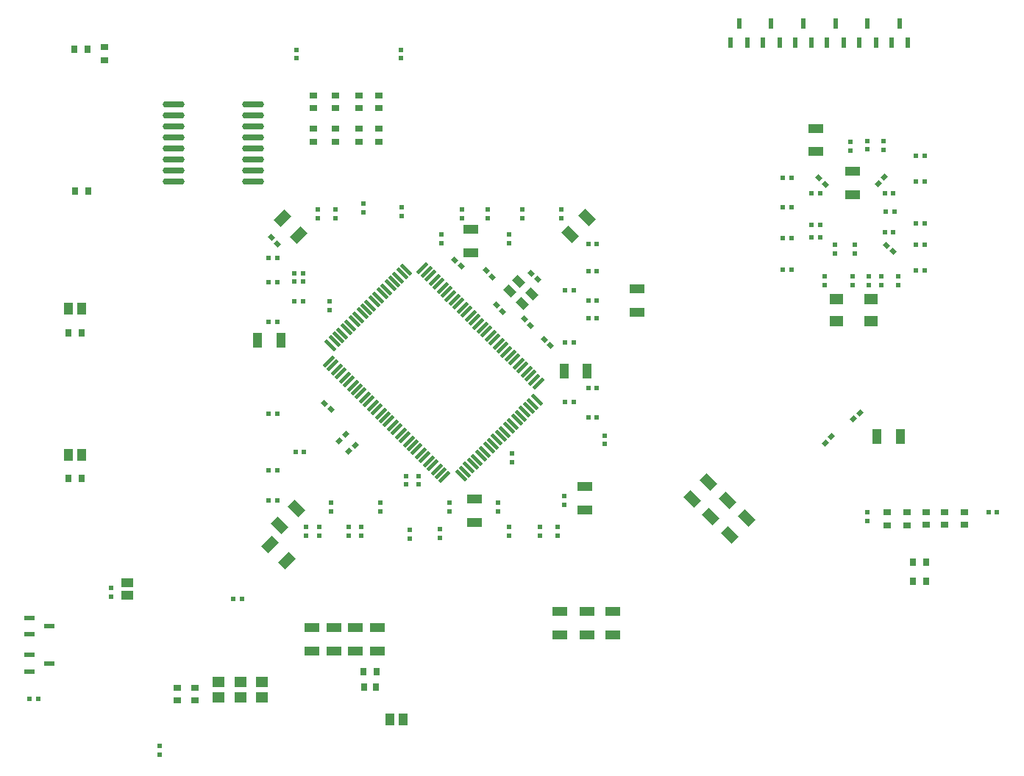
<source format=gbp>
%FSAX24Y24*%
%MOIN*%
G70*
G01*
G75*
G04 Layer_Color=128*
%ADD10C,0.0080*%
%ADD11C,0.0079*%
%ADD12R,0.0591X0.0551*%
%ADD13R,0.0551X0.0591*%
%ADD14O,0.0236X0.0866*%
%ADD15R,0.0394X0.1575*%
%ADD16R,0.1575X0.0394*%
%ADD17R,0.1299X0.0984*%
G04:AMPARAMS|DCode=18|XSize=8.7mil|YSize=74.8mil|CornerRadius=2.2mil|HoleSize=0mil|Usage=FLASHONLY|Rotation=90.000|XOffset=0mil|YOffset=0mil|HoleType=Round|Shape=RoundedRectangle|*
%AMROUNDEDRECTD18*
21,1,0.0087,0.0705,0,0,90.0*
21,1,0.0043,0.0748,0,0,90.0*
1,1,0.0043,0.0352,0.0022*
1,1,0.0043,0.0352,-0.0022*
1,1,0.0043,-0.0352,-0.0022*
1,1,0.0043,-0.0352,0.0022*
%
%ADD18ROUNDEDRECTD18*%
G04:AMPARAMS|DCode=19|XSize=8.7mil|YSize=74.8mil|CornerRadius=2.2mil|HoleSize=0mil|Usage=FLASHONLY|Rotation=180.000|XOffset=0mil|YOffset=0mil|HoleType=Round|Shape=RoundedRectangle|*
%AMROUNDEDRECTD19*
21,1,0.0087,0.0705,0,0,180.0*
21,1,0.0043,0.0748,0,0,180.0*
1,1,0.0043,-0.0022,0.0352*
1,1,0.0043,0.0022,0.0352*
1,1,0.0043,0.0022,-0.0352*
1,1,0.0043,-0.0022,-0.0352*
%
%ADD19ROUNDEDRECTD19*%
G04:AMPARAMS|DCode=20|XSize=133.9mil|YSize=135.8mil|CornerRadius=0mil|HoleSize=0mil|Usage=FLASHONLY|Rotation=135.000|XOffset=0mil|YOffset=0mil|HoleType=Round|Shape=Rectangle|*
%AMROTATEDRECTD20*
4,1,4,0.0953,0.0007,-0.0007,-0.0953,-0.0953,-0.0007,0.0007,0.0953,0.0953,0.0007,0.0*
%
%ADD20ROTATEDRECTD20*%

%ADD21R,0.1339X0.1358*%
%ADD22R,0.2047X0.0827*%
%ADD23R,0.2047X0.1969*%
G04:AMPARAMS|DCode=24|XSize=11.8mil|YSize=65mil|CornerRadius=3mil|HoleSize=0mil|Usage=FLASHONLY|Rotation=90.000|XOffset=0mil|YOffset=0mil|HoleType=Round|Shape=RoundedRectangle|*
%AMROUNDEDRECTD24*
21,1,0.0118,0.0591,0,0,90.0*
21,1,0.0059,0.0650,0,0,90.0*
1,1,0.0059,0.0295,0.0030*
1,1,0.0059,0.0295,-0.0030*
1,1,0.0059,-0.0295,-0.0030*
1,1,0.0059,-0.0295,0.0030*
%
%ADD24ROUNDEDRECTD24*%
G04:AMPARAMS|DCode=25|XSize=11.8mil|YSize=65mil|CornerRadius=3mil|HoleSize=0mil|Usage=FLASHONLY|Rotation=0.000|XOffset=0mil|YOffset=0mil|HoleType=Round|Shape=RoundedRectangle|*
%AMROUNDEDRECTD25*
21,1,0.0118,0.0591,0,0,0.0*
21,1,0.0059,0.0650,0,0,0.0*
1,1,0.0059,0.0030,-0.0295*
1,1,0.0059,-0.0030,-0.0295*
1,1,0.0059,-0.0030,0.0295*
1,1,0.0059,0.0030,0.0295*
%
%ADD25ROUNDEDRECTD25*%
%ADD26O,0.0827X0.0177*%
%ADD27R,0.1240X0.2028*%
%ADD28O,0.0118X0.0551*%
%ADD29O,0.0551X0.0118*%
G04:AMPARAMS|DCode=30|XSize=65mil|YSize=143.7mil|CornerRadius=0mil|HoleSize=0mil|Usage=FLASHONLY|Rotation=315.000|XOffset=0mil|YOffset=0mil|HoleType=Round|Shape=Rectangle|*
%AMROTATEDRECTD30*
4,1,4,-0.0738,-0.0278,0.0278,0.0738,0.0738,0.0278,-0.0278,-0.0738,-0.0738,-0.0278,0.0*
%
%ADD30ROTATEDRECTD30*%

G04:AMPARAMS|DCode=31|XSize=11.8mil|YSize=55.1mil|CornerRadius=0mil|HoleSize=0mil|Usage=FLASHONLY|Rotation=315.000|XOffset=0mil|YOffset=0mil|HoleType=Round|Shape=Round|*
%AMOVALD31*
21,1,0.0433,0.0118,0.0000,0.0000,45.0*
1,1,0.0118,-0.0153,-0.0153*
1,1,0.0118,0.0153,0.0153*
%
%ADD31OVALD31*%

G04:AMPARAMS|DCode=32|XSize=11.8mil|YSize=55.1mil|CornerRadius=0mil|HoleSize=0mil|Usage=FLASHONLY|Rotation=45.000|XOffset=0mil|YOffset=0mil|HoleType=Round|Shape=Round|*
%AMOVALD32*
21,1,0.0433,0.0118,0.0000,0.0000,135.0*
1,1,0.0118,0.0153,-0.0153*
1,1,0.0118,-0.0153,0.0153*
%
%ADD32OVALD32*%

%ADD33R,0.0650X0.1437*%
%ADD34R,0.0197X0.0236*%
%ADD35R,0.0236X0.0197*%
%ADD36R,0.0354X0.0276*%
%ADD37R,0.0276X0.0354*%
%ADD38R,0.0354X0.0315*%
%ADD39R,0.0315X0.0354*%
G04:AMPARAMS|DCode=40|XSize=35.4mil|YSize=31.5mil|CornerRadius=0mil|HoleSize=0mil|Usage=FLASHONLY|Rotation=225.000|XOffset=0mil|YOffset=0mil|HoleType=Round|Shape=Rectangle|*
%AMROTATEDRECTD40*
4,1,4,0.0014,0.0237,0.0237,0.0014,-0.0014,-0.0237,-0.0237,-0.0014,0.0014,0.0237,0.0*
%
%ADD40ROTATEDRECTD40*%

%ADD41R,0.0551X0.0472*%
G04:AMPARAMS|DCode=42|XSize=35.4mil|YSize=27.6mil|CornerRadius=0mil|HoleSize=0mil|Usage=FLASHONLY|Rotation=45.000|XOffset=0mil|YOffset=0mil|HoleType=Round|Shape=Rectangle|*
%AMROTATEDRECTD42*
4,1,4,-0.0028,-0.0223,-0.0223,-0.0028,0.0028,0.0223,0.0223,0.0028,-0.0028,-0.0223,0.0*
%
%ADD42ROTATEDRECTD42*%

%ADD43P,0.2840X4X270.0*%
G04:AMPARAMS|DCode=44|XSize=11.8mil|YSize=39.4mil|CornerRadius=0mil|HoleSize=0mil|Usage=FLASHONLY|Rotation=225.000|XOffset=0mil|YOffset=0mil|HoleType=Round|Shape=Rectangle|*
%AMROTATEDRECTD44*
4,1,4,-0.0097,0.0181,0.0181,-0.0097,0.0097,-0.0181,-0.0181,0.0097,-0.0097,0.0181,0.0*
%
%ADD44ROTATEDRECTD44*%

G04:AMPARAMS|DCode=45|XSize=11.8mil|YSize=39.4mil|CornerRadius=0mil|HoleSize=0mil|Usage=FLASHONLY|Rotation=315.000|XOffset=0mil|YOffset=0mil|HoleType=Round|Shape=Rectangle|*
%AMROTATEDRECTD45*
4,1,4,-0.0181,-0.0097,0.0097,0.0181,0.0181,0.0097,-0.0097,-0.0181,-0.0181,-0.0097,0.0*
%
%ADD45ROTATEDRECTD45*%

%ADD46R,0.0236X0.0453*%
%ADD47C,0.0118*%
%ADD48C,0.0197*%
%ADD49C,0.0110*%
%ADD50C,0.0315*%
%ADD51C,0.0236*%
%ADD52C,0.0551*%
%ADD53C,0.0157*%
%ADD54C,0.0276*%
%ADD55C,0.0100*%
%ADD56C,0.0709*%
%ADD57C,0.0787*%
%ADD58C,0.0472*%
%ADD59C,0.0512*%
%ADD60C,0.0827*%
%ADD61C,0.0120*%
%ADD62R,0.3858X0.3858*%
%ADD63O,0.2362X0.2756*%
%ADD64C,0.0551*%
%ADD65O,0.2756X0.2362*%
%ADD66O,0.1181X0.1024*%
%ADD67R,0.0827X0.0827*%
%ADD68C,0.0827*%
%ADD69C,0.0709*%
%ADD70C,0.1575*%
%ADD71C,0.1181*%
%ADD72O,0.2362X0.1969*%
%ADD73O,0.2362X0.1575*%
%ADD74O,0.1181X0.2362*%
%ADD75C,0.0748*%
%ADD76R,0.0748X0.0748*%
%ADD77R,0.0748X0.0748*%
%ADD78R,0.0787X0.0787*%
%ADD79C,0.0787*%
%ADD80C,0.2362*%
%ADD81C,0.1654*%
%ADD82C,0.0630*%
%ADD83R,0.0630X0.0630*%
%ADD84C,0.0280*%
%ADD85C,0.0472*%
%ADD86C,0.0079*%
G04:AMPARAMS|DCode=87|XSize=16.5mil|YSize=65mil|CornerRadius=4.1mil|HoleSize=0mil|Usage=FLASHONLY|Rotation=45.000|XOffset=0mil|YOffset=0mil|HoleType=Round|Shape=RoundedRectangle|*
%AMROUNDEDRECTD87*
21,1,0.0165,0.0567,0,0,45.0*
21,1,0.0083,0.0650,0,0,45.0*
1,1,0.0083,0.0230,-0.0171*
1,1,0.0083,0.0171,-0.0230*
1,1,0.0083,-0.0230,0.0171*
1,1,0.0083,-0.0171,0.0230*
%
%ADD87ROUNDEDRECTD87*%
G04:AMPARAMS|DCode=88|XSize=16.5mil|YSize=65mil|CornerRadius=4.1mil|HoleSize=0mil|Usage=FLASHONLY|Rotation=315.000|XOffset=0mil|YOffset=0mil|HoleType=Round|Shape=RoundedRectangle|*
%AMROUNDEDRECTD88*
21,1,0.0165,0.0567,0,0,315.0*
21,1,0.0083,0.0650,0,0,315.0*
1,1,0.0083,-0.0171,-0.0230*
1,1,0.0083,-0.0230,-0.0171*
1,1,0.0083,0.0171,0.0230*
1,1,0.0083,0.0230,0.0171*
%
%ADD88ROUNDEDRECTD88*%
G04:AMPARAMS|DCode=89|XSize=19.7mil|YSize=23.6mil|CornerRadius=0mil|HoleSize=0mil|Usage=FLASHONLY|Rotation=315.000|XOffset=0mil|YOffset=0mil|HoleType=Round|Shape=Rectangle|*
%AMROTATEDRECTD89*
4,1,4,-0.0153,-0.0014,0.0014,0.0153,0.0153,0.0014,-0.0014,-0.0153,-0.0153,-0.0014,0.0*
%
%ADD89ROTATEDRECTD89*%

%ADD90R,0.0433X0.0669*%
G04:AMPARAMS|DCode=91|XSize=66.9mil|YSize=43.3mil|CornerRadius=0mil|HoleSize=0mil|Usage=FLASHONLY|Rotation=225.000|XOffset=0mil|YOffset=0mil|HoleType=Round|Shape=Rectangle|*
%AMROTATEDRECTD91*
4,1,4,0.0084,0.0390,0.0390,0.0084,-0.0084,-0.0390,-0.0390,-0.0084,0.0084,0.0390,0.0*
%
%ADD91ROTATEDRECTD91*%

%ADD92R,0.0669X0.0433*%
G04:AMPARAMS|DCode=93|XSize=66.9mil|YSize=43.3mil|CornerRadius=0mil|HoleSize=0mil|Usage=FLASHONLY|Rotation=135.000|XOffset=0mil|YOffset=0mil|HoleType=Round|Shape=Rectangle|*
%AMROTATEDRECTD93*
4,1,4,0.0390,-0.0084,0.0084,-0.0390,-0.0390,0.0084,-0.0084,0.0390,0.0390,-0.0084,0.0*
%
%ADD93ROTATEDRECTD93*%

%ADD94O,0.0984X0.0295*%
%ADD95R,0.0630X0.0512*%
G04:AMPARAMS|DCode=96|XSize=49.2mil|YSize=33.5mil|CornerRadius=0mil|HoleSize=0mil|Usage=FLASHONLY|Rotation=135.000|XOffset=0mil|YOffset=0mil|HoleType=Round|Shape=Rectangle|*
%AMROTATEDRECTD96*
4,1,4,0.0292,-0.0056,0.0056,-0.0292,-0.0292,0.0056,-0.0056,0.0292,0.0292,-0.0056,0.0*
%
%ADD96ROTATEDRECTD96*%

G04:AMPARAMS|DCode=97|XSize=19.7mil|YSize=23.6mil|CornerRadius=0mil|HoleSize=0mil|Usage=FLASHONLY|Rotation=225.000|XOffset=0mil|YOffset=0mil|HoleType=Round|Shape=Rectangle|*
%AMROTATEDRECTD97*
4,1,4,-0.0014,0.0153,0.0153,-0.0014,0.0014,-0.0153,-0.0153,0.0014,-0.0014,0.0153,0.0*
%
%ADD97ROTATEDRECTD97*%

%ADD98R,0.0433X0.0551*%
%ADD99R,0.0551X0.0433*%
%ADD100R,0.0453X0.0236*%
%ADD101C,0.0394*%
%ADD102C,0.0433*%
%ADD103C,0.0630*%
%ADD104C,0.0984*%
%ADD105C,0.1575*%
%ADD106C,0.1181*%
%ADD107C,0.0098*%
%ADD108C,0.0010*%
%ADD109R,0.0671X0.0631*%
%ADD110R,0.0631X0.0671*%
%ADD111O,0.0316X0.0946*%
%ADD112R,0.0474X0.1655*%
%ADD113R,0.1655X0.0474*%
%ADD114R,0.1379X0.1064*%
G04:AMPARAMS|DCode=115|XSize=16.7mil|YSize=82.8mil|CornerRadius=6.2mil|HoleSize=0mil|Usage=FLASHONLY|Rotation=90.000|XOffset=0mil|YOffset=0mil|HoleType=Round|Shape=RoundedRectangle|*
%AMROUNDEDRECTD115*
21,1,0.0167,0.0705,0,0,90.0*
21,1,0.0043,0.0828,0,0,90.0*
1,1,0.0123,0.0352,0.0022*
1,1,0.0123,0.0352,-0.0022*
1,1,0.0123,-0.0352,-0.0022*
1,1,0.0123,-0.0352,0.0022*
%
%ADD115ROUNDEDRECTD115*%
G04:AMPARAMS|DCode=116|XSize=16.7mil|YSize=82.8mil|CornerRadius=6.2mil|HoleSize=0mil|Usage=FLASHONLY|Rotation=180.000|XOffset=0mil|YOffset=0mil|HoleType=Round|Shape=RoundedRectangle|*
%AMROUNDEDRECTD116*
21,1,0.0167,0.0705,0,0,180.0*
21,1,0.0043,0.0828,0,0,180.0*
1,1,0.0123,-0.0022,0.0352*
1,1,0.0123,0.0022,0.0352*
1,1,0.0123,0.0022,-0.0352*
1,1,0.0123,-0.0022,-0.0352*
%
%ADD116ROUNDEDRECTD116*%
G04:AMPARAMS|DCode=117|XSize=141.9mil|YSize=143.8mil|CornerRadius=0mil|HoleSize=0mil|Usage=FLASHONLY|Rotation=135.000|XOffset=0mil|YOffset=0mil|HoleType=Round|Shape=Rectangle|*
%AMROTATEDRECTD117*
4,1,4,0.1010,0.0007,-0.0007,-0.1010,-0.1010,-0.0007,0.0007,0.1010,0.1010,0.0007,0.0*
%
%ADD117ROTATEDRECTD117*%

%ADD118R,0.1419X0.1438*%
%ADD119R,0.2127X0.0907*%
%ADD120R,0.2127X0.2049*%
G04:AMPARAMS|DCode=121|XSize=19.8mil|YSize=73mil|CornerRadius=7mil|HoleSize=0mil|Usage=FLASHONLY|Rotation=90.000|XOffset=0mil|YOffset=0mil|HoleType=Round|Shape=RoundedRectangle|*
%AMROUNDEDRECTD121*
21,1,0.0198,0.0591,0,0,90.0*
21,1,0.0059,0.0730,0,0,90.0*
1,1,0.0139,0.0295,0.0030*
1,1,0.0139,0.0295,-0.0030*
1,1,0.0139,-0.0295,-0.0030*
1,1,0.0139,-0.0295,0.0030*
%
%ADD121ROUNDEDRECTD121*%
G04:AMPARAMS|DCode=122|XSize=19.8mil|YSize=73mil|CornerRadius=7mil|HoleSize=0mil|Usage=FLASHONLY|Rotation=0.000|XOffset=0mil|YOffset=0mil|HoleType=Round|Shape=RoundedRectangle|*
%AMROUNDEDRECTD122*
21,1,0.0198,0.0591,0,0,0.0*
21,1,0.0059,0.0730,0,0,0.0*
1,1,0.0139,0.0030,-0.0295*
1,1,0.0139,-0.0030,-0.0295*
1,1,0.0139,-0.0030,0.0295*
1,1,0.0139,0.0030,0.0295*
%
%ADD122ROUNDEDRECTD122*%
%ADD123O,0.0907X0.0257*%
%ADD124R,0.1320X0.2108*%
%ADD125O,0.0198X0.0631*%
%ADD126O,0.0631X0.0198*%
G04:AMPARAMS|DCode=127|XSize=73mil|YSize=151.7mil|CornerRadius=0mil|HoleSize=0mil|Usage=FLASHONLY|Rotation=315.000|XOffset=0mil|YOffset=0mil|HoleType=Round|Shape=Rectangle|*
%AMROTATEDRECTD127*
4,1,4,-0.0794,-0.0278,0.0278,0.0794,0.0794,0.0278,-0.0278,-0.0794,-0.0794,-0.0278,0.0*
%
%ADD127ROTATEDRECTD127*%

G04:AMPARAMS|DCode=128|XSize=19.8mil|YSize=63.1mil|CornerRadius=0mil|HoleSize=0mil|Usage=FLASHONLY|Rotation=315.000|XOffset=0mil|YOffset=0mil|HoleType=Round|Shape=Round|*
%AMOVALD128*
21,1,0.0433,0.0198,0.0000,0.0000,45.0*
1,1,0.0198,-0.0153,-0.0153*
1,1,0.0198,0.0153,0.0153*
%
%ADD128OVALD128*%

G04:AMPARAMS|DCode=129|XSize=19.8mil|YSize=63.1mil|CornerRadius=0mil|HoleSize=0mil|Usage=FLASHONLY|Rotation=45.000|XOffset=0mil|YOffset=0mil|HoleType=Round|Shape=Round|*
%AMOVALD129*
21,1,0.0433,0.0198,0.0000,0.0000,135.0*
1,1,0.0198,0.0153,-0.0153*
1,1,0.0198,-0.0153,0.0153*
%
%ADD129OVALD129*%

%ADD130R,0.0730X0.1517*%
%ADD131R,0.0277X0.0316*%
%ADD132R,0.0316X0.0277*%
%ADD133R,0.0434X0.0356*%
%ADD134R,0.0356X0.0434*%
%ADD135R,0.0434X0.0395*%
%ADD136R,0.0395X0.0434*%
G04:AMPARAMS|DCode=137|XSize=43.4mil|YSize=39.5mil|CornerRadius=0mil|HoleSize=0mil|Usage=FLASHONLY|Rotation=225.000|XOffset=0mil|YOffset=0mil|HoleType=Round|Shape=Rectangle|*
%AMROTATEDRECTD137*
4,1,4,0.0014,0.0293,0.0293,0.0014,-0.0014,-0.0293,-0.0293,-0.0014,0.0014,0.0293,0.0*
%
%ADD137ROTATEDRECTD137*%

%ADD138R,0.0631X0.0552*%
G04:AMPARAMS|DCode=139|XSize=43.4mil|YSize=35.6mil|CornerRadius=0mil|HoleSize=0mil|Usage=FLASHONLY|Rotation=45.000|XOffset=0mil|YOffset=0mil|HoleType=Round|Shape=Rectangle|*
%AMROTATEDRECTD139*
4,1,4,-0.0028,-0.0279,-0.0279,-0.0028,0.0028,0.0279,0.0279,0.0028,-0.0028,-0.0279,0.0*
%
%ADD139ROTATEDRECTD139*%

%ADD140P,0.2953X4X270.0*%
G04:AMPARAMS|DCode=141|XSize=19.8mil|YSize=47.4mil|CornerRadius=0mil|HoleSize=0mil|Usage=FLASHONLY|Rotation=225.000|XOffset=0mil|YOffset=0mil|HoleType=Round|Shape=Rectangle|*
%AMROTATEDRECTD141*
4,1,4,-0.0097,0.0238,0.0238,-0.0097,0.0097,-0.0238,-0.0238,0.0097,-0.0097,0.0238,0.0*
%
%ADD141ROTATEDRECTD141*%

G04:AMPARAMS|DCode=142|XSize=19.8mil|YSize=47.4mil|CornerRadius=0mil|HoleSize=0mil|Usage=FLASHONLY|Rotation=315.000|XOffset=0mil|YOffset=0mil|HoleType=Round|Shape=Rectangle|*
%AMROTATEDRECTD142*
4,1,4,-0.0238,-0.0097,0.0097,0.0238,0.0238,0.0097,-0.0097,-0.0238,-0.0238,-0.0097,0.0*
%
%ADD142ROTATEDRECTD142*%

%ADD143R,0.0316X0.0533*%
%ADD144O,0.2442X0.2836*%
%ADD145C,0.0631*%
%ADD146O,0.2836X0.2442*%
%ADD147O,0.1261X0.1104*%
%ADD148R,0.0907X0.0907*%
%ADD149C,0.0907*%
%ADD150C,0.0789*%
%ADD151C,0.1655*%
%ADD152C,0.1261*%
%ADD153O,0.2442X0.2049*%
%ADD154O,0.2442X0.1655*%
%ADD155O,0.1261X0.2442*%
%ADD156C,0.0828*%
%ADD157R,0.0828X0.0828*%
%ADD158R,0.0828X0.0828*%
%ADD159R,0.0867X0.0867*%
%ADD160C,0.0867*%
%ADD161C,0.2442*%
%ADD162C,0.1734*%
%ADD163C,0.0710*%
%ADD164R,0.0710X0.0710*%
%ADD165C,0.0360*%
%ADD166C,0.0552*%
G04:AMPARAMS|DCode=167|XSize=24.5mil|YSize=73mil|CornerRadius=8.1mil|HoleSize=0mil|Usage=FLASHONLY|Rotation=45.000|XOffset=0mil|YOffset=0mil|HoleType=Round|Shape=RoundedRectangle|*
%AMROUNDEDRECTD167*
21,1,0.0245,0.0567,0,0,45.0*
21,1,0.0083,0.0730,0,0,45.0*
1,1,0.0163,0.0230,-0.0171*
1,1,0.0163,0.0171,-0.0230*
1,1,0.0163,-0.0230,0.0171*
1,1,0.0163,-0.0171,0.0230*
%
%ADD167ROUNDEDRECTD167*%
G04:AMPARAMS|DCode=168|XSize=24.5mil|YSize=73mil|CornerRadius=8.1mil|HoleSize=0mil|Usage=FLASHONLY|Rotation=315.000|XOffset=0mil|YOffset=0mil|HoleType=Round|Shape=RoundedRectangle|*
%AMROUNDEDRECTD168*
21,1,0.0245,0.0567,0,0,315.0*
21,1,0.0083,0.0730,0,0,315.0*
1,1,0.0163,-0.0171,-0.0230*
1,1,0.0163,-0.0230,-0.0171*
1,1,0.0163,0.0171,0.0230*
1,1,0.0163,0.0230,0.0171*
%
%ADD168ROUNDEDRECTD168*%
G04:AMPARAMS|DCode=169|XSize=27.7mil|YSize=31.6mil|CornerRadius=0mil|HoleSize=0mil|Usage=FLASHONLY|Rotation=315.000|XOffset=0mil|YOffset=0mil|HoleType=Round|Shape=Rectangle|*
%AMROTATEDRECTD169*
4,1,4,-0.0210,-0.0014,0.0014,0.0210,0.0210,0.0014,-0.0014,-0.0210,-0.0210,-0.0014,0.0*
%
%ADD169ROTATEDRECTD169*%

%ADD170R,0.0513X0.0749*%
G04:AMPARAMS|DCode=171|XSize=74.9mil|YSize=51.3mil|CornerRadius=0mil|HoleSize=0mil|Usage=FLASHONLY|Rotation=225.000|XOffset=0mil|YOffset=0mil|HoleType=Round|Shape=Rectangle|*
%AMROTATEDRECTD171*
4,1,4,0.0084,0.0446,0.0446,0.0084,-0.0084,-0.0446,-0.0446,-0.0084,0.0084,0.0446,0.0*
%
%ADD171ROTATEDRECTD171*%

%ADD172R,0.0749X0.0513*%
G04:AMPARAMS|DCode=173|XSize=74.9mil|YSize=51.3mil|CornerRadius=0mil|HoleSize=0mil|Usage=FLASHONLY|Rotation=135.000|XOffset=0mil|YOffset=0mil|HoleType=Round|Shape=Rectangle|*
%AMROTATEDRECTD173*
4,1,4,0.0446,-0.0084,0.0084,-0.0446,-0.0446,0.0084,-0.0084,0.0446,0.0446,-0.0084,0.0*
%
%ADD173ROTATEDRECTD173*%

%ADD174O,0.1064X0.0375*%
%ADD175R,0.0710X0.0592*%
G04:AMPARAMS|DCode=176|XSize=57.2mil|YSize=41.5mil|CornerRadius=0mil|HoleSize=0mil|Usage=FLASHONLY|Rotation=135.000|XOffset=0mil|YOffset=0mil|HoleType=Round|Shape=Rectangle|*
%AMROTATEDRECTD176*
4,1,4,0.0349,-0.0056,0.0056,-0.0349,-0.0349,0.0056,-0.0056,0.0349,0.0349,-0.0056,0.0*
%
%ADD176ROTATEDRECTD176*%

G04:AMPARAMS|DCode=177|XSize=27.7mil|YSize=31.6mil|CornerRadius=0mil|HoleSize=0mil|Usage=FLASHONLY|Rotation=225.000|XOffset=0mil|YOffset=0mil|HoleType=Round|Shape=Rectangle|*
%AMROTATEDRECTD177*
4,1,4,-0.0014,0.0210,0.0210,-0.0014,0.0014,-0.0210,-0.0210,0.0014,-0.0014,0.0210,0.0*
%
%ADD177ROTATEDRECTD177*%

%ADD178R,0.0513X0.0631*%
%ADD179R,0.0631X0.0513*%
%ADD180R,0.0533X0.0316*%
D34*
X029724Y022343D02*
D03*
Y021949D02*
D03*
X028376Y022313D02*
D03*
Y021919D02*
D03*
X026181Y022441D02*
D03*
Y022047D02*
D03*
X025591Y022441D02*
D03*
Y022047D02*
D03*
X024252Y022441D02*
D03*
Y022047D02*
D03*
X030748Y036457D02*
D03*
Y036850D02*
D03*
X031890Y036457D02*
D03*
Y036850D02*
D03*
X027992Y036555D02*
D03*
Y036949D02*
D03*
X026280Y036713D02*
D03*
Y037106D02*
D03*
X025000Y036457D02*
D03*
Y036850D02*
D03*
X024213Y036457D02*
D03*
Y036850D02*
D03*
X023661Y022441D02*
D03*
Y022047D02*
D03*
X035079Y022441D02*
D03*
Y022047D02*
D03*
X034252Y022441D02*
D03*
Y022047D02*
D03*
X032874Y022441D02*
D03*
Y022047D02*
D03*
X037205Y026201D02*
D03*
Y026594D02*
D03*
X028189Y024370D02*
D03*
Y024764D02*
D03*
X024724Y032283D02*
D03*
Y032677D02*
D03*
X032992Y025787D02*
D03*
Y025394D02*
D03*
X028780Y024370D02*
D03*
Y024764D02*
D03*
X035236Y036850D02*
D03*
Y036457D02*
D03*
X033465Y036850D02*
D03*
Y036457D02*
D03*
X032362Y023543D02*
D03*
Y023150D02*
D03*
X035354Y023858D02*
D03*
Y023465D02*
D03*
X027047Y023543D02*
D03*
Y023150D02*
D03*
X030157Y023543D02*
D03*
Y023150D02*
D03*
X024803Y023543D02*
D03*
Y023150D02*
D03*
X032874Y035315D02*
D03*
Y035709D02*
D03*
X029803Y035315D02*
D03*
Y035709D02*
D03*
X047169Y033407D02*
D03*
X047169Y033801D02*
D03*
X049846Y039943D02*
D03*
X049846Y039549D02*
D03*
X048429Y033801D02*
D03*
Y033407D02*
D03*
X050492Y033809D02*
D03*
Y033415D02*
D03*
X049177Y033801D02*
D03*
Y033407D02*
D03*
X049728Y033801D02*
D03*
X049728Y033407D02*
D03*
X048346Y039528D02*
D03*
X048346Y039921D02*
D03*
X049114Y039567D02*
D03*
X049114Y039961D02*
D03*
X048543Y034843D02*
D03*
Y035236D02*
D03*
X047642Y034864D02*
D03*
X047642Y035258D02*
D03*
X049114Y023120D02*
D03*
Y022726D02*
D03*
X017047Y012500D02*
D03*
Y012106D02*
D03*
X027953Y043701D02*
D03*
Y044094D02*
D03*
X023228Y043701D02*
D03*
Y044094D02*
D03*
X014823Y019282D02*
D03*
Y019675D02*
D03*
D35*
X036457Y027402D02*
D03*
X036850D02*
D03*
X023543Y033583D02*
D03*
X023150D02*
D03*
X035394Y030827D02*
D03*
X035787D02*
D03*
X021969Y025000D02*
D03*
X022362D02*
D03*
X035394Y028110D02*
D03*
X035787D02*
D03*
X021969Y027598D02*
D03*
X022362Y027598D02*
D03*
X021969Y023661D02*
D03*
X022362D02*
D03*
X021959Y031762D02*
D03*
X022352D02*
D03*
X021969Y033553D02*
D03*
X022362D02*
D03*
X023583Y025866D02*
D03*
X023189D02*
D03*
X021969Y034646D02*
D03*
X022362D02*
D03*
X036850Y034055D02*
D03*
X036457D02*
D03*
X023524Y033957D02*
D03*
X023130D02*
D03*
X036850Y035276D02*
D03*
X036457D02*
D03*
X023524Y032677D02*
D03*
X023130D02*
D03*
X036850Y032717D02*
D03*
X036457D02*
D03*
X036850Y031929D02*
D03*
X036457Y031929D02*
D03*
X036850Y028740D02*
D03*
X036457D02*
D03*
X035394Y033189D02*
D03*
X035787D02*
D03*
X045279Y034116D02*
D03*
X045673D02*
D03*
X051697Y034076D02*
D03*
X051303Y034076D02*
D03*
X051697Y039273D02*
D03*
X051303Y039273D02*
D03*
X051303Y035258D02*
D03*
X051697Y035258D02*
D03*
X051303Y036202D02*
D03*
X051697D02*
D03*
X051303Y038132D02*
D03*
X051697D02*
D03*
X045673Y038289D02*
D03*
X045279D02*
D03*
X045673Y036950D02*
D03*
X045279Y036950D02*
D03*
X045673Y035533D02*
D03*
X045279D02*
D03*
X046579Y035573D02*
D03*
X046972Y035573D02*
D03*
X050279Y035809D02*
D03*
X049886Y035809D02*
D03*
X050319Y036754D02*
D03*
X049925Y036754D02*
D03*
X050279Y037580D02*
D03*
X049886Y037580D02*
D03*
X046579Y036163D02*
D03*
X046972Y036163D02*
D03*
X046579Y037580D02*
D03*
X046972Y037580D02*
D03*
X054587Y023130D02*
D03*
X054980Y023130D02*
D03*
X011142Y014646D02*
D03*
X011535D02*
D03*
X020374Y019193D02*
D03*
X020768D02*
D03*
D36*
X053504Y022539D02*
D03*
Y023130D02*
D03*
X052598Y023130D02*
D03*
Y022539D02*
D03*
X051772Y023130D02*
D03*
Y022539D02*
D03*
X050886Y023120D02*
D03*
X050886Y022530D02*
D03*
X050000Y023120D02*
D03*
Y022530D02*
D03*
X018622Y015157D02*
D03*
Y014567D02*
D03*
X017835Y015157D02*
D03*
X017835Y014567D02*
D03*
X026083Y039921D02*
D03*
Y040512D02*
D03*
X025000Y039921D02*
D03*
Y040512D02*
D03*
X026083Y041437D02*
D03*
Y042028D02*
D03*
X025000Y041437D02*
D03*
Y042028D02*
D03*
X024016Y040512D02*
D03*
Y039921D02*
D03*
Y042028D02*
D03*
Y041437D02*
D03*
X026969Y040512D02*
D03*
Y039921D02*
D03*
Y042028D02*
D03*
Y041437D02*
D03*
X014547Y043612D02*
D03*
Y044203D02*
D03*
D37*
X051181Y020866D02*
D03*
X051772Y020866D02*
D03*
X051181Y019980D02*
D03*
X051772D02*
D03*
X012913Y031258D02*
D03*
X013504Y031258D02*
D03*
X012913Y024644D02*
D03*
X013504D02*
D03*
X026859Y015882D02*
D03*
X026268D02*
D03*
X013770Y044104D02*
D03*
X013179D02*
D03*
X013789Y037687D02*
D03*
X013199D02*
D03*
D39*
X026839Y015193D02*
D03*
X026288D02*
D03*
D41*
X021673Y015413D02*
D03*
Y014705D02*
D03*
X020689Y015413D02*
D03*
Y014705D02*
D03*
X019705Y015413D02*
D03*
Y014705D02*
D03*
D46*
X050945Y044400D02*
D03*
X050197D02*
D03*
X050571Y045285D02*
D03*
X049488Y044400D02*
D03*
X048740D02*
D03*
X049114Y045285D02*
D03*
X048032Y044400D02*
D03*
X047283D02*
D03*
X047657Y045285D02*
D03*
X046575Y044400D02*
D03*
X045827D02*
D03*
X046201Y045285D02*
D03*
X045118Y044400D02*
D03*
X044370D02*
D03*
X044744Y045285D02*
D03*
X043661Y044400D02*
D03*
X042913D02*
D03*
X043287Y045285D02*
D03*
D87*
X030688Y024772D02*
D03*
X030869Y024953D02*
D03*
X031050Y025134D02*
D03*
X031231Y025315D02*
D03*
X031411Y025496D02*
D03*
X031592Y025677D02*
D03*
X031773Y025858D02*
D03*
X031954Y026039D02*
D03*
X032135Y026220D02*
D03*
X032316Y026400D02*
D03*
X032497Y026581D02*
D03*
X032678Y026762D02*
D03*
X032859Y026943D02*
D03*
X033040Y027124D02*
D03*
X033221Y027305D02*
D03*
X033402Y027486D02*
D03*
X033583Y027667D02*
D03*
X033764Y027848D02*
D03*
X033945Y028029D02*
D03*
X034126Y028210D02*
D03*
X028210Y034126D02*
D03*
X028029Y033945D02*
D03*
X027848Y033764D02*
D03*
X027667Y033583D02*
D03*
X027486Y033402D02*
D03*
X027305Y033221D02*
D03*
X027124Y033040D02*
D03*
X026943Y032859D02*
D03*
X026762Y032678D02*
D03*
X026581Y032497D02*
D03*
X026400Y032316D02*
D03*
X026220Y032135D02*
D03*
X026039Y031954D02*
D03*
X025858Y031773D02*
D03*
X025677Y031592D02*
D03*
X025496Y031411D02*
D03*
X025315Y031230D02*
D03*
X025134Y031050D02*
D03*
X024953Y030869D02*
D03*
X024772Y030688D02*
D03*
D88*
X034195Y028948D02*
D03*
X034014Y029129D02*
D03*
X033833Y029310D02*
D03*
X033653Y029491D02*
D03*
X033472Y029672D02*
D03*
X033291Y029852D02*
D03*
X033110Y030033D02*
D03*
X032929Y030214D02*
D03*
X032748Y030395D02*
D03*
X032567Y030576D02*
D03*
X032386Y030757D02*
D03*
X032205Y030938D02*
D03*
X032024Y031119D02*
D03*
X031843Y031300D02*
D03*
X031662Y031481D02*
D03*
X031481Y031662D02*
D03*
X031300Y031843D02*
D03*
X031119Y032024D02*
D03*
X030938Y032205D02*
D03*
X030757Y032386D02*
D03*
X030576Y032567D02*
D03*
X030395Y032748D02*
D03*
X030214Y032929D02*
D03*
X030033Y033110D02*
D03*
X029852Y033291D02*
D03*
X029672Y033472D02*
D03*
X029491Y033652D02*
D03*
X029310Y033833D02*
D03*
X029129Y034014D02*
D03*
X028948Y034195D02*
D03*
X024702Y029950D02*
D03*
X024883Y029769D02*
D03*
X025064Y029588D02*
D03*
X025245Y029407D02*
D03*
X025426Y029226D02*
D03*
X025607Y029045D02*
D03*
X025788Y028864D02*
D03*
X025969Y028683D02*
D03*
X026150Y028502D02*
D03*
X026331Y028321D02*
D03*
X026512Y028140D02*
D03*
X026693Y027959D02*
D03*
X026874Y027778D02*
D03*
X027055Y027598D02*
D03*
X027236Y027417D02*
D03*
X027417Y027236D02*
D03*
X027598Y027055D02*
D03*
X027778Y026874D02*
D03*
X027959Y026693D02*
D03*
X028140Y026512D02*
D03*
X028321Y026331D02*
D03*
X028502Y026150D02*
D03*
X028683Y025969D02*
D03*
X028864Y025788D02*
D03*
X029045Y025607D02*
D03*
X029226Y025426D02*
D03*
X029407Y025245D02*
D03*
X029588Y025064D02*
D03*
X029769Y024883D02*
D03*
X029950Y024702D02*
D03*
D89*
X048473Y027341D02*
D03*
X048751Y027620D02*
D03*
X047193Y026258D02*
D03*
X047472Y026537D02*
D03*
X025609Y025884D02*
D03*
X025887Y026163D02*
D03*
X025176Y026357D02*
D03*
X025454Y026635D02*
D03*
X049867Y038310D02*
D03*
X049589Y038032D02*
D03*
D90*
X050591Y026565D02*
D03*
X049528D02*
D03*
X022520Y030906D02*
D03*
X021457D02*
D03*
X036417Y029528D02*
D03*
X035354D02*
D03*
D91*
X022799Y020902D02*
D03*
X022047Y021654D02*
D03*
X023350Y035695D02*
D03*
X022598Y036447D02*
D03*
D92*
X038681Y033248D02*
D03*
Y032185D02*
D03*
X037559Y017539D02*
D03*
Y018602D02*
D03*
X036388Y017539D02*
D03*
Y018602D02*
D03*
X035167Y017539D02*
D03*
Y018602D02*
D03*
X026898Y016807D02*
D03*
Y017870D02*
D03*
X025914Y016807D02*
D03*
Y017870D02*
D03*
X024929Y016807D02*
D03*
Y017870D02*
D03*
X023945Y016807D02*
D03*
Y017870D02*
D03*
X046753Y040530D02*
D03*
Y039467D02*
D03*
X048425Y037520D02*
D03*
Y038583D02*
D03*
X031299Y022638D02*
D03*
Y023701D02*
D03*
X031142Y035945D02*
D03*
Y034882D02*
D03*
X036299Y023228D02*
D03*
Y024291D02*
D03*
D93*
X042016Y022913D02*
D03*
X042767Y023665D02*
D03*
X041162Y023727D02*
D03*
X041914Y024479D02*
D03*
X042869Y022099D02*
D03*
X043621Y022851D02*
D03*
X035646Y035725D02*
D03*
X036398Y036476D02*
D03*
X023232Y023271D02*
D03*
X022480Y022520D02*
D03*
D94*
X021270Y041612D02*
D03*
Y041112D02*
D03*
Y040612D02*
D03*
Y040112D02*
D03*
Y039612D02*
D03*
Y039112D02*
D03*
Y038612D02*
D03*
Y038112D02*
D03*
X017667Y041612D02*
D03*
Y041112D02*
D03*
Y040612D02*
D03*
Y040112D02*
D03*
Y039612D02*
D03*
Y039112D02*
D03*
Y038612D02*
D03*
Y038112D02*
D03*
D95*
X049272Y032776D02*
D03*
Y031791D02*
D03*
X047697Y032776D02*
D03*
Y031791D02*
D03*
D96*
X033316Y033572D02*
D03*
X033887Y033001D02*
D03*
X033455Y032570D02*
D03*
X032885Y033140D02*
D03*
D97*
X024785Y027774D02*
D03*
X024506Y028053D02*
D03*
X030690Y034270D02*
D03*
X030412Y034549D02*
D03*
X031829Y034076D02*
D03*
X032108Y033798D02*
D03*
X032580Y032223D02*
D03*
X032302Y032501D02*
D03*
X034467Y030966D02*
D03*
X034745Y030688D02*
D03*
X033840Y031593D02*
D03*
X033562Y031871D02*
D03*
X022105Y035572D02*
D03*
X022383Y035294D02*
D03*
X034155Y033680D02*
D03*
X033877Y033958D02*
D03*
X050251Y034941D02*
D03*
X049973Y035220D02*
D03*
X046912Y038271D02*
D03*
X047190Y037992D02*
D03*
D98*
X013504Y032341D02*
D03*
X012913D02*
D03*
X013504Y025727D02*
D03*
X012913D02*
D03*
X027461Y013701D02*
D03*
X028051Y013701D02*
D03*
D99*
X015581Y019931D02*
D03*
Y019341D02*
D03*
D100*
X012018Y016260D02*
D03*
X011132Y016634D02*
D03*
Y015886D02*
D03*
Y017579D02*
D03*
Y018327D02*
D03*
X012018Y017953D02*
D03*
M02*

</source>
